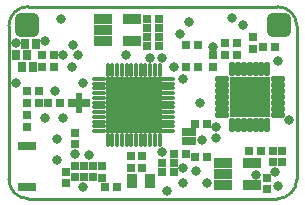
<source format=gts>
G04*
G04 #@! TF.GenerationSoftware,Altium Limited,Altium Designer,21.3.2 (30)*
G04*
G04 Layer_Color=8388736*
%FSLAX25Y25*%
%MOIN*%
G70*
G04*
G04 #@! TF.SameCoordinates,A34A3340-7ABE-472C-AE94-605A2DEBF9E2*
G04*
G04*
G04 #@! TF.FilePolarity,Negative*
G04*
G01*
G75*
%ADD12C,0.01000*%
%ADD24R,0.02756X0.02756*%
%ADD34R,0.05918X0.03556*%
G04:AMPARAMS|DCode=35|XSize=83mil|YSize=83mil|CornerRadius=22.75mil|HoleSize=0mil|Usage=FLASHONLY|Rotation=0.000|XOffset=0mil|YOffset=0mil|HoleType=Round|Shape=RoundedRectangle|*
%AMROUNDEDRECTD35*
21,1,0.08300,0.03750,0,0,0.0*
21,1,0.03750,0.08300,0,0,0.0*
1,1,0.04550,0.01875,-0.01875*
1,1,0.04550,-0.01875,-0.01875*
1,1,0.04550,-0.01875,0.01875*
1,1,0.04550,0.01875,0.01875*
%
%ADD35ROUNDEDRECTD35*%
%ADD36R,0.06142X0.03150*%
%ADD37R,0.13595X0.13595*%
G04:AMPARAMS|DCode=38|XSize=46.98mil|YSize=18.63mil|CornerRadius=5.33mil|HoleSize=0mil|Usage=FLASHONLY|Rotation=180.000|XOffset=0mil|YOffset=0mil|HoleType=Round|Shape=RoundedRectangle|*
%AMROUNDEDRECTD38*
21,1,0.04698,0.00797,0,0,180.0*
21,1,0.03632,0.01863,0,0,180.0*
1,1,0.01066,-0.01816,0.00399*
1,1,0.01066,0.01816,0.00399*
1,1,0.01066,0.01816,-0.00399*
1,1,0.01066,-0.01816,-0.00399*
%
%ADD38ROUNDEDRECTD38*%
G04:AMPARAMS|DCode=39|XSize=46.98mil|YSize=18.63mil|CornerRadius=5.33mil|HoleSize=0mil|Usage=FLASHONLY|Rotation=270.000|XOffset=0mil|YOffset=0mil|HoleType=Round|Shape=RoundedRectangle|*
%AMROUNDEDRECTD39*
21,1,0.04698,0.00797,0,0,270.0*
21,1,0.03632,0.01863,0,0,270.0*
1,1,0.01066,-0.00399,-0.01816*
1,1,0.01066,-0.00399,0.01816*
1,1,0.01066,0.00399,0.01816*
1,1,0.01066,0.00399,-0.01816*
%
%ADD39ROUNDEDRECTD39*%
%ADD40R,0.03162X0.03162*%
%ADD41R,0.01981X0.06509*%
%ADD42R,0.02769X0.03556*%
%ADD43R,0.03162X0.03162*%
%ADD44R,0.18910X0.18910*%
%ADD45O,0.01587X0.04540*%
%ADD46O,0.04540X0.01587*%
%ADD47R,0.02769X0.03162*%
%ADD48R,0.03300X0.04800*%
%ADD49R,0.04961X0.02736*%
%ADD50R,0.02646X0.03039*%
%ADD51C,0.03300*%
D12*
X89551D02*
G03*
X96000Y6449I0J6449D01*
G01*
X96005Y57559D02*
G03*
X96000Y57554I0J-5D01*
G01*
X96005Y57559D02*
G03*
X89555Y64008I-6449J0D01*
G01*
X6449Y64000D02*
G03*
X0Y57551I0J-6449D01*
G01*
Y6449D02*
G03*
X6449Y0I6449J0D01*
G01*
X96000Y6449D02*
Y57554D01*
X0Y6449D02*
Y57551D01*
X6449Y0D02*
X89551D01*
X6449Y64000D02*
X89555Y64000D01*
D24*
X63000Y44000D02*
D03*
Y51087D02*
D03*
X59063D02*
D03*
Y44000D02*
D03*
D34*
X81000Y12000D02*
D03*
Y4520D02*
D03*
X71551D02*
D03*
Y8260D02*
D03*
Y12000D02*
D03*
X31551Y60000D02*
D03*
Y56260D02*
D03*
Y52520D02*
D03*
X41000D02*
D03*
Y60000D02*
D03*
D35*
X6000Y58000D02*
D03*
X90000D02*
D03*
D36*
X6000Y4000D02*
D03*
Y17410D02*
D03*
D37*
X80291Y33906D02*
D03*
D38*
X71000Y28000D02*
D03*
Y29969D02*
D03*
Y31937D02*
D03*
Y33906D02*
D03*
Y35874D02*
D03*
Y37843D02*
D03*
Y39811D02*
D03*
X89583D02*
D03*
Y37843D02*
D03*
Y35874D02*
D03*
Y33906D02*
D03*
Y31937D02*
D03*
Y29969D02*
D03*
Y28000D02*
D03*
D39*
X86197Y24614D02*
D03*
X84228D02*
D03*
X82260D02*
D03*
X80291D02*
D03*
X78323D02*
D03*
X76354D02*
D03*
X74386D02*
D03*
Y43197D02*
D03*
X76354D02*
D03*
X78323D02*
D03*
X80291D02*
D03*
X82260D02*
D03*
X84228D02*
D03*
X86197D02*
D03*
D40*
X49937Y60000D02*
D03*
X46000D02*
D03*
X25823Y32000D02*
D03*
X21000D02*
D03*
X49937Y54000D02*
D03*
X46000D02*
D03*
Y57000D02*
D03*
X49937D02*
D03*
X51000Y12000D02*
D03*
X54937D02*
D03*
X13000Y32000D02*
D03*
X16937D02*
D03*
X36000Y4000D02*
D03*
X32063D02*
D03*
X80000Y16000D02*
D03*
X83937D02*
D03*
X84832Y50500D02*
D03*
X88769D02*
D03*
X76000Y48000D02*
D03*
X72063D02*
D03*
X49937Y51000D02*
D03*
X46000D02*
D03*
X51000Y9000D02*
D03*
X54937D02*
D03*
X72063Y52000D02*
D03*
X76000D02*
D03*
X58969Y15000D02*
D03*
X55032D02*
D03*
X62000Y25000D02*
D03*
X65937D02*
D03*
X62000Y14000D02*
D03*
X65937D02*
D03*
D41*
X23411Y32000D02*
D03*
D42*
X5260Y51700D02*
D03*
X9000D02*
D03*
X6107Y48000D02*
D03*
X2367D02*
D03*
X8000Y44000D02*
D03*
X4260D02*
D03*
D43*
X68000D02*
D03*
Y47937D02*
D03*
X86000Y7000D02*
D03*
Y3063D02*
D03*
X88000Y16000D02*
D03*
Y12063D02*
D03*
X81300Y53969D02*
D03*
Y50032D02*
D03*
X6000Y27937D02*
D03*
Y24000D02*
D03*
Y35937D02*
D03*
Y32000D02*
D03*
X10000D02*
D03*
Y35937D02*
D03*
X91000Y12063D02*
D03*
Y16000D02*
D03*
X19000Y5063D02*
D03*
Y9000D02*
D03*
X40900Y14137D02*
D03*
Y10200D02*
D03*
X44500Y10131D02*
D03*
Y14069D02*
D03*
X22000Y18063D02*
D03*
Y22000D02*
D03*
Y7063D02*
D03*
Y11000D02*
D03*
X31000Y10937D02*
D03*
Y7000D02*
D03*
D44*
X41614Y31213D02*
D03*
D45*
X40827Y42827D02*
D03*
X48701D02*
D03*
Y19598D02*
D03*
X40827D02*
D03*
X32953Y42827D02*
D03*
Y19598D02*
D03*
X50276Y42827D02*
D03*
Y19598D02*
D03*
X42402Y42827D02*
D03*
X43976D02*
D03*
X45551D02*
D03*
X47126D02*
D03*
Y19598D02*
D03*
X45551D02*
D03*
X43976D02*
D03*
X42402D02*
D03*
X34528Y42827D02*
D03*
X36102D02*
D03*
X37677D02*
D03*
X39252D02*
D03*
Y19598D02*
D03*
X37677D02*
D03*
X36102D02*
D03*
X34528D02*
D03*
D46*
X53228Y38299D02*
D03*
Y30425D02*
D03*
Y22551D02*
D03*
X30000Y30425D02*
D03*
Y38299D02*
D03*
Y22551D02*
D03*
X53228Y39874D02*
D03*
Y36724D02*
D03*
Y35150D02*
D03*
Y33575D02*
D03*
Y32000D02*
D03*
Y28850D02*
D03*
Y27276D02*
D03*
Y25701D02*
D03*
Y24126D02*
D03*
X30000Y39874D02*
D03*
Y32000D02*
D03*
Y33575D02*
D03*
Y35150D02*
D03*
Y36724D02*
D03*
Y24126D02*
D03*
Y25701D02*
D03*
Y27276D02*
D03*
Y28850D02*
D03*
D47*
X14937Y48000D02*
D03*
X11000D02*
D03*
X15000Y44000D02*
D03*
X11063D02*
D03*
D48*
X47000Y6000D02*
D03*
X41000D02*
D03*
D49*
X60200Y19072D02*
D03*
Y22300D02*
D03*
D50*
X28150Y7063D02*
D03*
Y11000D02*
D03*
X25000D02*
D03*
Y7063D02*
D03*
D51*
X22150Y14980D02*
D03*
X12000Y27000D02*
D03*
X89900Y46000D02*
D03*
X58200Y5100D02*
D03*
X71551Y8260D02*
D03*
X74400Y60100D02*
D03*
X68000Y50700D02*
D03*
X64400Y19700D02*
D03*
X69000Y20100D02*
D03*
X24700Y3900D02*
D03*
X52900Y2500D02*
D03*
X66100Y5100D02*
D03*
X62500Y9300D02*
D03*
X58200Y10300D02*
D03*
X15500Y35800D02*
D03*
X17300Y60000D02*
D03*
X12000Y52700D02*
D03*
X21400Y51100D02*
D03*
X89600Y4300D02*
D03*
X88900Y9000D02*
D03*
X78100Y57900D02*
D03*
X56980Y54850D02*
D03*
X51000Y47000D02*
D03*
X60000Y59000D02*
D03*
X47000Y47000D02*
D03*
X54934Y43850D02*
D03*
X58000Y40000D02*
D03*
X51000Y15514D02*
D03*
X21000Y44000D02*
D03*
X2350Y38609D02*
D03*
X26850Y14606D02*
D03*
X78000Y29000D02*
D03*
X77000Y35000D02*
D03*
X18000Y27000D02*
D03*
X16000Y20000D02*
D03*
Y13000D02*
D03*
X93400Y26100D02*
D03*
X63587Y31980D02*
D03*
X24692Y38692D02*
D03*
X18000Y48000D02*
D03*
X82530Y7869D02*
D03*
X69000Y24000D02*
D03*
X23000Y48000D02*
D03*
X2350Y52000D02*
D03*
X39000Y48000D02*
D03*
X36614Y37213D02*
D03*
X46614D02*
D03*
X41614D02*
D03*
X36614Y31213D02*
D03*
Y25213D02*
D03*
X41614D02*
D03*
X46614D02*
D03*
Y31213D02*
D03*
X41614D02*
D03*
M02*

</source>
